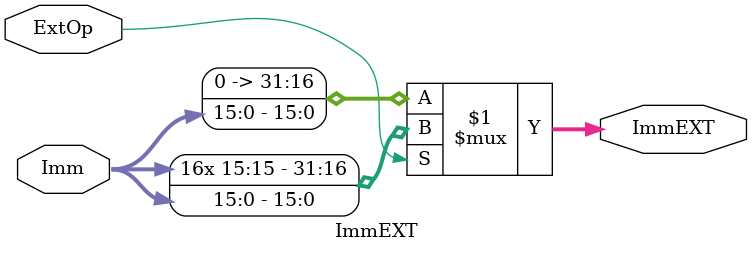
<source format=v>
module ImmEXT (
    input  wire [15:0] Imm,
    input  wire        ExtOp,
    output wire [31:0] ImmEXT
);

  assign ImmEXT = (ExtOp) ? {{16{Imm[15]}}, Imm[15:0]} : {16'b0, Imm[15:0]};

endmodule

</source>
